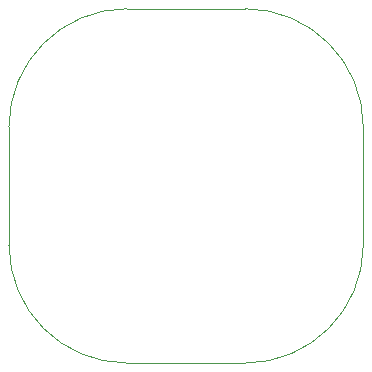
<source format=gm1>
G04 Layer_Color=16711935*
%FSLAX44Y44*%
%MOMM*%
G71*
G01*
G75*
%ADD56C,0.0127*%
D56*
X100000Y300000D02*
G03*
X0Y200000I0J-100000D01*
G01*
Y100000D02*
G03*
X100000Y0I100000J0D01*
G01*
X200000D02*
G03*
X300000Y100000I0J100000D01*
G01*
Y200000D02*
G03*
X200000Y300000I-100000J0D01*
G01*
X100000Y0D02*
X200000D01*
X300000Y100000D02*
Y200000D01*
X100000Y300000D02*
X200000D01*
X0Y100000D02*
Y200000D01*
M02*

</source>
